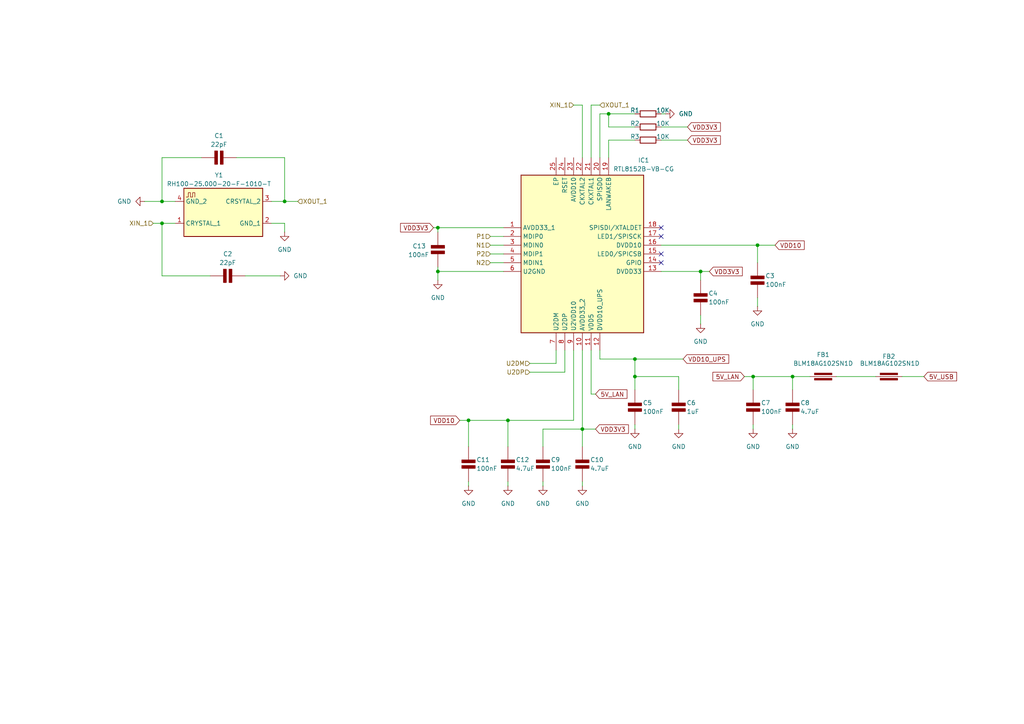
<source format=kicad_sch>
(kicad_sch (version 20250114) (generator "eeschema") (generator_version "9.0")
  (paper "A4")
  (lib_symbols
    (symbol "Oscillator:ASCO"
      (property "Reference" "Y1" (at 0 10.16 0))
      (property "Value" "ASCO" (at 0 7.62 0))
      (symbol "ASCO_0_1"
        (rectangle (start -10.16 6.35) (end 12.7 -7.62) (stroke (width 0.254)) (fill (type background)))
        (polyline (pts (xy -9.525 3.81) (xy -8.89 3.81) (xy -8.89 5.08) (xy -8.255 5.08) (xy -8.255 3.81) (xy -7.62 3.81) (xy -7.62 5.08) (xy -6.985 5.08) (xy -6.985 3.81)))
      )
      (symbol "ASCO_1_1"
        (pin power_in line (at -12.7 2.54 0) (length 2.54) (name "GND_2") (number "4"))
        (pin input line (at -12.7 -3.81 0) (length 2.54) (name "CRYSTAL_1") (number "1"))
        (pin output line (at 15.24 2.54 180) (length 2.54) (name "CRSYTAL_2") (number "3"))
        (pin power_in line (at 15.24 -3.81 180) (length 2.54) (name "GND_1") (number "2"))
      )
    )
    (symbol "PCM_Device_AKL:Ferrite_Bead" (pin_numbers (hide yes)) (pin_names (offset 0))
      (property "Reference" "FB" (at 0 4.572 0))
      (property "Value" "Ferrite_Bead" (at 0 3.175 0))
      (symbol "Ferrite_Bead_0_1"
        (rectangle (start -2.54 1.016) (end 2.54 0.508) (fill (type outline)))
        (polyline (pts (xy 2.54 0) (xy -2.54 0)))
      )
      (symbol "Ferrite_Bead_1_1"
        (rectangle (start -2.54 -0.508) (end 2.54 -1.016) (fill (type outline)))
        (pin passive line (at -3.81 0 0) (length 1.27) (name "~") (number "1"))
        (pin passive line (at 3.81 0 180) (length 1.27) (name "~") (number "2"))
      )
    )
    (symbol "PCM_Elektuur:C" (pin_numbers (hide yes)) (pin_names (offset 0) (hide yes))
      (property "Reference" "C" (at 0.635 3.175 0))
      (property "Value" "C" (at 0.635 -3.175 0))
      (symbol "C_1_1"
        (rectangle (start -1.905 1.1938) (end 1.905 0.4318) (stroke (width 0.254)) (fill (type outline)))
        (rectangle (start -1.905 -0.4318) (end 1.905 -1.1938) (stroke (width 0.254)) (fill (type outline)))
        (pin passive line (at 0 5.08 270) (length 3.8862) (name "+") (number "1"))
        (pin passive line (at 0 -5.08 90) (length 3.8862) (name "-") (number "2"))
      )
      (symbol "C_1_2"
        (polyline (pts (xy -1.905 0.4318) (xy 1.905 0.4318) (xy 1.905 1.4986) (xy -1.905 1.4986) (xy -1.905 0.4318) (xy -1.8034 0.5334) (xy -1.8034 1.397) (xy 1.8034 1.397) (xy 1.8034 0.5334) (xy -1.8034 0.5334) (xy -1.905 0.4318)) (stroke (width 0.254)) (fill (type outline)))
        (polyline (pts (xy -1.905 -1.4986) (xy 1.905 -1.4986) (xy 1.905 -0.4318) (xy -1.905 -0.4318) (xy -1.905 -1.4986) (xy -1.8034 -1.397) (xy -1.8034 -0.5334) (xy 1.8034 -0.5334) (xy 1.8034 -1.397) (xy -1.8034 -1.397) (xy -1.905 -1.4986)) (stroke (width 0.254)) (fill (type outline)))
        (pin passive line (at 0 5.08 270) (length 3.5814) (name "+") (number "1"))
        (pin passive line (at 0 -5.08 90) (length 3.5814) (name "-") (number "2"))
      )
    )
    (symbol "PCM_SL_Resistors:Resistor"
      (property "Reference" "R" (at 0 5.08 0))
      (property "Value" "Resistor" (at 0 2.54 0))
      (symbol "Resistor_0_1"
        (rectangle (start -2.286 0.889) (end 2.286 -0.889) (stroke (width 0.24)))
      )
      (symbol "Resistor_1_1"
        (pin passive line (at -3.81 0 0) (length 1.5) (name "") (number "1"))
        (pin passive line (at 3.81 0 180) (length 1.5) (name "~") (number "2"))
      )
    )
    (symbol "RTL8152B-VB-CG:RTL8152B-VB-CG"
      (property "Reference" "IC" (at 41.91 20.32 0))
      (property "Value" "RTL8152B-VB-CG" (at 41.91 17.78 0))
      (symbol "RTL8152B-VB-CG_1_1"
        (rectangle (start 5.08 15.24) (end 40.64 -30.48) (stroke (width 0.254)) (fill (type background)))
        (pin passive line (at 0 0 0) (length 5.08) (name "AVDD33_1") (number "1"))
        (pin passive line (at 0 -2.54 0) (length 5.08) (name "MDIP0") (number "2"))
        (pin passive line (at 0 -5.08 0) (length 5.08) (name "MDIN0") (number "3"))
        (pin passive line (at 0 -7.62 0) (length 5.08) (name "MDIP1") (number "4"))
        (pin passive line (at 0 -10.16 0) (length 5.08) (name "MDIN1") (number "5"))
        (pin passive line (at 0 -12.7 0) (length 5.08) (name "U2GND") (number "6"))
        (pin passive line (at 15.24 20.32 270) (length 5.08) (name "EP") (number "25"))
        (pin passive line (at 15.24 -35.56 90) (length 5.08) (name "U2DM") (number "7"))
        (pin passive line (at 17.78 20.32 270) (length 5.08) (name "RSET") (number "24"))
        (pin passive line (at 17.78 -35.56 90) (length 5.08) (name "U2DP") (number "8"))
        (pin passive line (at 20.32 20.32 270) (length 5.08) (name "AVDD10") (number "23"))
        (pin passive line (at 20.32 -35.56 90) (length 5.08) (name "U2VDD10") (number "9"))
        (pin passive line (at 22.86 20.32 270) (length 5.08) (name "CKXTAL2") (number "22"))
        (pin passive line (at 22.86 -35.56 90) (length 5.08) (name "AVDD33_2") (number "10"))
        (pin passive line (at 25.4 20.32 270) (length 5.08) (name "CKXTAL1") (number "21"))
        (pin passive line (at 25.4 -35.56 90) (length 5.08) (name "VDD5") (number "11"))
        (pin passive line (at 27.94 20.32 270) (length 5.08) (name "SPISDO") (number "20"))
        (pin passive line (at 27.94 -35.56 90) (length 5.08) (name "DVDD10_UPS") (number "12"))
        (pin passive line (at 30.48 20.32 270) (length 5.08) (name "LANWAKEB") (number "19"))
        (pin passive line (at 45.72 0 180) (length 5.08) (name "SPISDI/XTALDET") (number "18"))
        (pin passive line (at 45.72 -2.54 180) (length 5.08) (name "LED1/SPISCK") (number "17"))
        (pin passive line (at 45.72 -5.08 180) (length 5.08) (name "DVDD10") (number "16"))
        (pin passive line (at 45.72 -7.62 180) (length 5.08) (name "LED0/SPICSB") (number "15"))
        (pin passive line (at 45.72 -10.16 180) (length 5.08) (name "GPIO") (number "14"))
        (pin passive line (at 45.72 -12.7 180) (length 5.08) (name "DVDD33") (number "13"))
      )
    )
    (symbol "power:GND" (power) (pin_numbers (hide yes)) (pin_names (offset 0) (hide yes))
      (property "Value" "GND" (at 0 -3.81 0))
      (symbol "GND_0_1"
        (polyline (pts (xy 0 0) (xy 0 -1.27) (xy 1.27 -1.27) (xy 0 -2.54) (xy -1.27 -1.27) (xy 0 -1.27)))
      )
      (symbol "GND_1_1"
        (pin power_in line (at 0 0 270) (length 0) (name "~") (number "1"))
      )
    )
  )
  (junction (at 184.15 104.14))
  (junction (at 127 78.74))
  (junction (at 203.2 78.74))
  (junction (at 82.55 58.42))
  (junction (at 218.44 109.22))
  (junction (at 168.91 124.46))
  (junction (at 184.15 109.22))
  (junction (at 176.53 33.02))
  (junction (at 147.32 121.92))
  (junction (at 127 66.04))
  (junction (at 135.89 121.92))
  (junction (at 229.87 109.22))
  (junction (at 46.99 64.77))
  (junction (at 46.99 58.42))
  (junction (at 219.71 71.12))
  (no_connect (at 191.77 73.66))
  (no_connect (at 191.77 66.04))
  (no_connect (at 191.77 68.58))
  (no_connect (at 191.77 76.2))
  (wire (pts (xy 215.9 109.22) (xy 218.44 109.22)))
  (wire (pts (xy 173.99 104.14) (xy 184.15 104.14)))
  (wire (pts (xy 153.67 107.95) (xy 163.83 107.95)))
  (wire (pts (xy 127 78.74) (xy 146.05 78.74)))
  (wire (pts (xy 135.89 140.97) (xy 135.89 139.7)))
  (wire (pts (xy 168.91 30.48) (xy 168.91 45.72)))
  (wire (pts (xy 127 77.47) (xy 127 78.74)))
  (wire (pts (xy 196.85 109.22) (xy 196.85 113.03)))
  (wire (pts (xy 229.87 113.03) (xy 229.87 109.22)))
  (wire (pts (xy 176.53 33.02) (xy 184.15 33.02)))
  (wire (pts (xy 219.71 71.12) (xy 224.79 71.12)))
  (wire (pts (xy 166.37 121.92) (xy 147.32 121.92)))
  (wire (pts (xy 173.99 45.72) (xy 173.99 33.02)))
  (wire (pts (xy 199.39 36.83) (xy 191.77 36.83)))
  (wire (pts (xy 193.04 33.02) (xy 191.77 33.02)))
  (wire (pts (xy 166.37 101.6) (xy 166.37 121.92)))
  (wire (pts (xy 46.99 58.42) (xy 50.8 58.42)))
  (wire (pts (xy 203.2 78.74) (xy 203.2 81.28)))
  (wire (pts (xy 184.15 113.03) (xy 184.15 109.22)))
  (wire (pts (xy 184.15 124.46) (xy 184.15 123.19)))
  (wire (pts (xy 82.55 45.72) (xy 82.55 58.42)))
  (wire (pts (xy 46.99 45.72) (xy 58.42 45.72)))
  (wire (pts (xy 203.2 78.74) (xy 205.74 78.74)))
  (wire (pts (xy 176.53 36.83) (xy 184.15 36.83)))
  (wire (pts (xy 191.77 71.12) (xy 219.71 71.12)))
  (wire (pts (xy 166.37 30.48) (xy 168.91 30.48)))
  (wire (pts (xy 68.58 45.72) (xy 82.55 45.72)))
  (wire (pts (xy 219.71 88.9) (xy 219.71 86.36)))
  (wire (pts (xy 242.57 109.22) (xy 254 109.22)))
  (wire (pts (xy 142.24 71.12) (xy 146.05 71.12)))
  (wire (pts (xy 142.24 68.58) (xy 146.05 68.58)))
  (wire (pts (xy 173.99 101.6) (xy 173.99 104.14)))
  (wire (pts (xy 184.15 40.64) (xy 176.53 40.64)))
  (wire (pts (xy 127 78.74) (xy 127 81.28)))
  (wire (pts (xy 191.77 40.64) (xy 199.39 40.64)))
  (wire (pts (xy 46.99 64.77) (xy 50.8 64.77)))
  (wire (pts (xy 163.83 107.95) (xy 163.83 101.6)))
  (wire (pts (xy 82.55 64.77) (xy 82.55 67.31)))
  (wire (pts (xy 261.62 109.22) (xy 267.97 109.22)))
  (wire (pts (xy 44.45 64.77) (xy 46.99 64.77)))
  (wire (pts (xy 176.53 40.64) (xy 176.53 45.72)))
  (wire (pts (xy 161.29 105.41) (xy 161.29 101.6)))
  (wire (pts (xy 125.73 66.04) (xy 127 66.04)))
  (wire (pts (xy 41.91 58.42) (xy 46.99 58.42)))
  (wire (pts (xy 78.74 58.42) (xy 82.55 58.42)))
  (wire (pts (xy 168.91 101.6) (xy 168.91 124.46)))
  (wire (pts (xy 142.24 76.2) (xy 146.05 76.2)))
  (wire (pts (xy 135.89 121.92) (xy 147.32 121.92)))
  (wire (pts (xy 127 66.04) (xy 146.05 66.04)))
  (wire (pts (xy 171.45 114.3) (xy 172.72 114.3)))
  (wire (pts (xy 127 66.04) (xy 127 67.31)))
  (wire (pts (xy 219.71 71.12) (xy 219.71 76.2)))
  (wire (pts (xy 46.99 64.77) (xy 46.99 80.01)))
  (wire (pts (xy 168.91 124.46) (xy 168.91 129.54)))
  (wire (pts (xy 218.44 124.46) (xy 218.44 123.19)))
  (wire (pts (xy 171.45 30.48) (xy 171.45 45.72)))
  (wire (pts (xy 46.99 45.72) (xy 46.99 58.42)))
  (wire (pts (xy 218.44 109.22) (xy 229.87 109.22)))
  (wire (pts (xy 147.32 121.92) (xy 147.32 129.54)))
  (wire (pts (xy 203.2 93.98) (xy 203.2 91.44)))
  (wire (pts (xy 184.15 104.14) (xy 198.12 104.14)))
  (wire (pts (xy 184.15 109.22) (xy 196.85 109.22)))
  (wire (pts (xy 191.77 78.74) (xy 203.2 78.74)))
  (wire (pts (xy 157.48 124.46) (xy 157.48 129.54)))
  (wire (pts (xy 147.32 139.7) (xy 147.32 140.97)))
  (wire (pts (xy 78.74 64.77) (xy 82.55 64.77)))
  (wire (pts (xy 153.67 105.41) (xy 161.29 105.41)))
  (wire (pts (xy 157.48 140.97) (xy 157.48 139.7)))
  (wire (pts (xy 133.35 121.92) (xy 135.89 121.92)))
  (wire (pts (xy 173.99 33.02) (xy 176.53 33.02)))
  (wire (pts (xy 184.15 109.22) (xy 184.15 104.14)))
  (wire (pts (xy 196.85 124.46) (xy 196.85 123.19)))
  (wire (pts (xy 229.87 109.22) (xy 234.95 109.22)))
  (wire (pts (xy 157.48 124.46) (xy 168.91 124.46)))
  (wire (pts (xy 135.89 121.92) (xy 135.89 129.54)))
  (wire (pts (xy 168.91 139.7) (xy 168.91 140.97)))
  (wire (pts (xy 60.96 80.01) (xy 46.99 80.01)))
  (wire (pts (xy 82.55 58.42) (xy 86.36 58.42)))
  (wire (pts (xy 218.44 113.03) (xy 218.44 109.22)))
  (wire (pts (xy 142.24 73.66) (xy 146.05 73.66)))
  (wire (pts (xy 229.87 123.19) (xy 229.87 124.46)))
  (wire (pts (xy 81.28 80.01) (xy 71.12 80.01)))
  (wire (pts (xy 172.72 124.46) (xy 168.91 124.46)))
  (wire (pts (xy 173.99 30.48) (xy 171.45 30.48)))
  (wire (pts (xy 176.53 33.02) (xy 176.53 36.83)))
  (wire (pts (xy 171.45 101.6) (xy 171.45 114.3)))
  (global_label "VDD3V3" (shape input) (at 125.73 66.04 180) (property "Intersheetrefs" "${INTERSHEET_REFS}" (effects (hide yes))))
  (global_label "5V_USB" (shape input) (at 267.97 109.22 0) (property "Intersheetrefs" "${INTERSHEET_REFS}" (effects (hide yes))))
  (global_label "VDD3V3" (shape input) (at 172.72 124.46 0) (property "Intersheetrefs" "${INTERSHEET_REFS}" (effects (hide yes))))
  (global_label "VDD10" (shape input) (at 224.79 71.12 0) (property "Intersheetrefs" "${INTERSHEET_REFS}" (effects (hide yes))))
  (global_label "5V_LAN" (shape input) (at 172.72 114.3 0) (property "Intersheetrefs" "${INTERSHEET_REFS}" (effects (hide yes))))
  (global_label "VDD3V3" (shape input) (at 199.39 36.83 0) (property "Intersheetrefs" "${INTERSHEET_REFS}" (effects (hide yes))))
  (global_label "VDD3V3" (shape input) (at 205.74 78.74 0) (property "Intersheetrefs" "${INTERSHEET_REFS}" (effects (hide yes))))
  (global_label "VDD10_UPS" (shape input) (at 198.12 104.14 0) (property "Intersheetrefs" "${INTERSHEET_REFS}" (effects (hide yes))))
  (global_label "5V_LAN" (shape input) (at 215.9 109.22 180) (property "Intersheetrefs" "${INTERSHEET_REFS}" (effects (hide yes))))
  (global_label "VDD10" (shape input) (at 133.35 121.92 180) (property "Intersheetrefs" "${INTERSHEET_REFS}" (effects (hide yes))))
  (global_label "VDD3V3" (shape input) (at 199.39 40.64 0) (property "Intersheetrefs" "${INTERSHEET_REFS}" (effects (hide yes))))
  (hierarchical_label "P2" (shape input) (at 142.24 73.66 180))
  (hierarchical_label "N1" (shape input) (at 142.24 71.12 180))
  (hierarchical_label "P1" (shape input) (at 142.24 68.58 180))
  (hierarchical_label "XIN_1" (shape input) (at 44.45 64.77 180))
  (hierarchical_label "U2DM" (shape input) (at 153.67 105.41 180))
  (hierarchical_label "U2DP" (shape input) (at 153.67 107.95 180))
  (hierarchical_label "XOUT_1" (shape input) (at 173.99 30.48 0))
  (hierarchical_label "XIN_1" (shape input) (at 166.37 30.48 180))
  (hierarchical_label "XOUT_1" (shape input) (at 86.36 58.42 0))
  (hierarchical_label "N2" (shape input) (at 142.24 76.2 180))
  (symbol (lib_id "power:GND") (at 196.85 124.46 0) (unit 1)
    (property "Reference" "#PWR08" (effects (hide yes)))
    (property "Value" "GND" (at 196.85 129.54 0))
    (property "Description" "Power symbol creates a global label with name \"GND\" , ground" (effects (hide yes)))
  )
  (symbol (lib_id "PCM_Elektuur:C") (at 203.2 86.36 180) (unit 1)
    (property "Reference" "C4" (at 205.486 85.09 0) (effects (justify right)))
    (property "Value" "100nF" (at 205.486 87.63 0) (effects (justify right)))
    (property "Footprint" "Capacitor_SMD:C_0603_1608Metric" (effects (hide yes)))
    (property "Datasheet" "https://ozdisan.com/passive-components/capacitors/smt-smd-and-mlcc-capacitors/CC0603KRX7R9BB104/476015" (effects (hide yes)))
    (property "MPN" "CC0603KRX7R9BB104" (effects (hide yes)))
  )
  (symbol (lib_id "power:GND") (at 135.89 140.97 0) (unit 1)
    (property "Reference" "#PWR013" (effects (hide yes)))
    (property "Value" "GND" (at 135.89 146.05 0))
    (property "Description" "Power symbol creates a global label with name \"GND\" , ground" (effects (hide yes)))
  )
  (symbol (lib_id "power:GND") (at 41.91 58.42 270) (unit 1)
    (property "Reference" "#PWR01" (effects (hide yes)))
    (property "Value" "GND" (at 38.1 58.4199 90) (effects (justify right)))
    (property "Description" "Power symbol creates a global label with name \"GND\" , ground" (effects (hide yes)))
  )
  (symbol (lib_id "PCM_Elektuur:C") (at 66.04 80.01 90) (unit 1)
    (property "Reference" "C2" (at 66.04 73.66 90))
    (property "Value" "22pF" (at 66.04 76.2 90))
    (property "Footprint" "Capacitor_SMD:C_0603_1608Metric" (effects (hide yes)))
    (property "Datasheet" "https://ozdisan.com/passive-components/capacitors/smt-smd-and-mlcc-capacitors/MCF03JTN500220/1057183" (effects (hide yes)))
    (property "MPN" "MCF03JTN500220" (effects (hide yes)))
  )
  (symbol (lib_id "PCM_SL_Resistors:Resistor") (at 187.96 33.02 0) (unit 1)
    (property "Reference" "R1" (at 184.15 32.004 0))
    (property "Value" "10K" (at 192.278 32.004 0))
    (property "Footprint" "Resistor_SMD:R_0603_1608Metric" (effects (hide yes)))
    (property "Datasheet" "https://ozdisan.com/passive-components/resistors/smt-smd-and-chip-resistors/CRT03F7E1002/1054351" (effects (hide yes)))
    (property "Description" "1/4W Resistor" (effects (hide yes)))
    (property "MPN" "CRT03F7E1002" (effects (hide yes)))
  )
  (symbol (lib_id "power:GND") (at 203.2 93.98 0) (unit 1)
    (property "Reference" "#PWR05" (effects (hide yes)))
    (property "Value" "GND" (at 203.2 99.06 0))
    (property "Description" "Power symbol creates a global label with name \"GND\" , ground" (effects (hide yes)))
  )
  (symbol (lib_id "Oscillator:ASCO") (at 63.5 60.96 0) (unit 1)
    (property "Reference" "Y1" (at 63.5 50.8 0))
    (property "Value" "RH100-25.000-20-F-1010-T" (at 63.5 53.34 0))
    (property "Footprint" "Oscillator:Oscillator_SMD_Abracon_ASCO-4Pin_1.6x1.2mm" (effects (hide yes)))
    (property "Datasheet" "https://ozdisan.com/passive-components/crystals-oscillators-and-resonators/crystals/RH100-25-000-20-F-1010-T/642730" (effects (hide yes)))
    (property "Description" "Crystal Clock Oscillator, Abracon ASCO" (effects (hide yes)))
    (property "MPN" "RH100-25.000-20-F-1010-T" (effects (hide yes)))
  )
  (symbol (lib_id "PCM_SL_Resistors:Resistor") (at 187.96 36.83 0) (unit 1)
    (property "Reference" "R2" (at 184.15 35.814 0))
    (property "Value" "10K" (at 192.278 35.814 0))
    (property "Footprint" "Resistor_SMD:R_0603_1608Metric" (effects (hide yes)))
    (property "Datasheet" "https://ozdisan.com/passive-components/resistors/smt-smd-and-chip-resistors/CRT03F7E1002/1054351" (effects (hide yes)))
    (property "Description" "1/4W Resistor" (effects (hide yes)))
    (property "MPN" "CRT03F7E1002" (effects (hide yes)))
  )
  (symbol (lib_id "power:GND") (at 127 81.28 0) (unit 1)
    (property "Reference" "#PWR015" (effects (hide yes)))
    (property "Value" "GND" (at 127 86.36 0))
    (property "Description" "Power symbol creates a global label with name \"GND\" , ground" (effects (hide yes)))
  )
  (symbol (lib_id "PCM_Elektuur:C") (at 157.48 134.62 180) (unit 1)
    (property "Reference" "C9" (at 159.766 133.35 0) (effects (justify right)))
    (property "Value" "100nF" (at 159.766 135.89 0) (effects (justify right)))
    (property "Footprint" "Capacitor_SMD:C_0603_1608Metric" (effects (hide yes)))
    (property "Datasheet" "https://ozdisan.com/passive-components/capacitors/smt-smd-and-mlcc-capacitors/CC0603KRX7R9BB104/476015" (effects (hide yes)))
    (property "MPN" "CC0603KRX7R9BB104" (effects (hide yes)))
  )
  (symbol (lib_id "power:GND") (at 168.91 140.97 0) (unit 1)
    (property "Reference" "#PWR012" (effects (hide yes)))
    (property "Value" "GND" (at 168.91 146.05 0))
    (property "Description" "Power symbol creates a global label with name \"GND\" , ground" (effects (hide yes)))
  )
  (symbol (lib_id "PCM_Elektuur:C") (at 63.5 45.72 90) (unit 1)
    (property "Reference" "C1" (at 63.5 39.37 90))
    (property "Value" "22pF" (at 63.5 41.91 90))
    (property "Footprint" "Capacitor_SMD:C_0603_1608Metric" (effects (hide yes)))
    (property "Datasheet" "https://ozdisan.com/passive-components/capacitors/smt-smd-and-mlcc-capacitors/MCF03JTN500220/1057183" (effects (hide yes)))
    (property "MPN" "MCF03JTN500220" (effects (hide yes)))
  )
  (symbol (lib_id "power:GND") (at 219.71 88.9 0) (unit 1)
    (property "Reference" "#PWR06" (effects (hide yes)))
    (property "Value" "GND" (at 219.71 93.98 0))
    (property "Description" "Power symbol creates a global label with name \"GND\" , ground" (effects (hide yes)))
  )
  (symbol (lib_id "power:GND") (at 193.04 33.02 90) (unit 1)
    (property "Reference" "#PWR04" (effects (hide yes)))
    (property "Value" "GND" (at 196.85 33.0199 90) (effects (justify right)))
    (property "Description" "Power symbol creates a global label with name \"GND\" , ground" (effects (hide yes)))
  )
  (symbol (lib_id "PCM_Device_AKL:Ferrite_Bead") (at 238.76 109.22 0) (unit 1)
    (property "Reference" "FB1" (at 238.76 102.87 0))
    (property "Value" "BLM18AG102SN1D" (at 238.76 105.41 0))
    (property "Footprint" "Footprint Library:0603_Ferrite Beads" (effects (hide yes)))
    (property "Description" "Ferrite bead, Alternate KiCAD Library" (effects (hide yes)))
    (property "MPN" "BLM18AG102SN1D" (effects (hide yes)))
  )
  (symbol (lib_id "power:GND") (at 157.48 140.97 0) (unit 1)
    (property "Reference" "#PWR011" (effects (hide yes)))
    (property "Value" "GND" (at 157.48 146.05 0))
    (property "Description" "Power symbol creates a global label with name \"GND\" , ground" (effects (hide yes)))
  )
  (symbol (lib_id "RTL8152B-VB-CG:RTL8152B-VB-CG") (at 146.05 66.04 0) (unit 1)
    (property "Reference" "IC1" (at 186.69 46.482 0))
    (property "Value" "RTL8152B-VB-CG" (at 186.69 49.022 0))
    (property "Footprint" "QFN50P400X400X90-25N" (effects (hide yes)))
    (property "Datasheet" "https://ozdisan.com/entegre-devreler-ics/interface-entegreleri/arayuz-kontrolor-entegreleri/RTL8152B-VB-CG?srsltid=AfmBOor8_-Qx2dVcvvc2ffU81HFnXVuhIFgG98NXw8BsYf_2WUuHmUsT" (effects (hide yes)))
    (property "Description" "Ethernet ICs QFN-24_4x4x05P RoHS" (effects (hide yes)))
    (property "Height" "0.9" (effects (hide yes)))
    (property "Manufacturer_Name" "Realtek" (effects (hide yes)))
    (property "Manufacturer_Part_Number" "RTL8152B-VB-CG" (effects (hide yes)))
  )
  (symbol (lib_id "PCM_Device_AKL:Ferrite_Bead") (at 257.81 109.22 0) (unit 1)
    (property "Reference" "FB2" (at 257.81 103.378 0))
    (property "Value" "BLM18AG102SN1D" (at 258.064 105.41 0))
    (property "Footprint" "Footprint Library:0603_Ferrite Beads" (effects (hide yes)))
    (property "Description" "Ferrite bead, Alternate KiCAD Library" (effects (hide yes)))
    (property "MPN" "BLM18AG102SN1D" (effects (hide yes)))
  )
  (symbol (lib_id "power:GND") (at 82.55 67.31 0) (unit 1)
    (property "Reference" "#PWR02" (effects (hide yes)))
    (property "Value" "GND" (at 82.55 72.39 0))
    (property "Description" "Power symbol creates a global label with name \"GND\" , ground" (effects (hide yes)))
  )
  (symbol (lib_id "PCM_Elektuur:C") (at 147.32 134.62 180) (unit 1)
    (property "Reference" "C12" (at 149.606 133.35 0) (effects (justify right)))
    (property "Value" "4.7uF" (at 149.606 135.89 0) (effects (justify right)))
    (property "Footprint" "Capacitor_SMD:C_0603_1608Metric" (effects (hide yes)))
    (property "Datasheet" "https://ozdisan.com/passive-components/capacitors/smt-smd-and-mlcc-capacitors/CL10A475KO8NNNC/522172" (effects (hide yes)))
    (property "MPN" "CL10A475KO8NNNC" (effects (hide yes)))
  )
  (symbol (lib_id "power:GND") (at 218.44 124.46 0) (unit 1)
    (property "Reference" "#PWR09" (effects (hide yes)))
    (property "Value" "GND" (at 218.44 129.54 0))
    (property "Description" "Power symbol creates a global label with name \"GND\" , ground" (effects (hide yes)))
  )
  (symbol (lib_id "PCM_Elektuur:C") (at 218.44 118.11 180) (unit 1)
    (property "Reference" "C7" (at 220.726 116.84 0) (effects (justify right)))
    (property "Value" "100nF" (at 220.726 119.38 0) (effects (justify right)))
    (property "Footprint" "Capacitor_SMD:C_0603_1608Metric" (effects (hide yes)))
    (property "Datasheet" "https://ozdisan.com/passive-components/capacitors/smt-smd-and-mlcc-capacitors/CC0603KRX7R9BB104/476015" (effects (hide yes)))
    (property "MPN" "CC0603KRX7R9BB104" (effects (hide yes)))
  )
  (symbol (lib_id "power:GND") (at 147.32 140.97 0) (unit 1)
    (property "Reference" "#PWR014" (effects (hide yes)))
    (property "Value" "GND" (at 147.32 146.05 0))
    (property "Description" "Power symbol creates a global label with name \"GND\" , ground" (effects (hide yes)))
  )
  (symbol (lib_id "power:GND") (at 81.28 80.01 90) (unit 1)
    (property "Reference" "#PWR03" (effects (hide yes)))
    (property "Value" "GND" (at 85.09 80.0099 90) (effects (justify right)))
    (property "Description" "Power symbol creates a global label with name \"GND\" , ground" (effects (hide yes)))
  )
  (symbol (lib_id "power:GND") (at 184.15 124.46 0) (unit 1)
    (property "Reference" "#PWR07" (effects (hide yes)))
    (property "Value" "GND" (at 184.15 129.54 0))
    (property "Description" "Power symbol creates a global label with name \"GND\" , ground" (effects (hide yes)))
  )
  (symbol (lib_id "PCM_Elektuur:C") (at 219.71 81.28 180) (unit 1)
    (property "Reference" "C3" (at 221.996 80.01 0) (effects (justify right)))
    (property "Value" "100nF" (at 221.996 82.55 0) (effects (justify right)))
    (property "Footprint" "Capacitor_SMD:C_0603_1608Metric" (effects (hide yes)))
    (property "Datasheet" "https://ozdisan.com/passive-components/capacitors/smt-smd-and-mlcc-capacitors/CC0603KRX7R9BB104/476015" (effects (hide yes)))
    (property "MPN" "CC0603KRX7R9BB104" (effects (hide yes)))
  )
  (symbol (lib_id "PCM_Elektuur:C") (at 229.87 118.11 180) (unit 1)
    (property "Reference" "C8" (at 232.156 116.84 0) (effects (justify right)))
    (property "Value" "4.7uF" (at 232.156 119.38 0) (effects (justify right)))
    (property "Footprint" "Capacitor_SMD:C_0603_1608Metric" (effects (hide yes)))
    (property "Datasheet" "https://ozdisan.com/passive-components/capacitors/smt-smd-and-mlcc-capacitors/CL10A475KO8NNNC/522172" (effects (hide yes)))
    (property "MPN" "CL10A475KO8NNNC" (effects (hide yes)))
  )
  (symbol (lib_id "PCM_SL_Resistors:Resistor") (at 187.96 40.64 0) (unit 1)
    (property "Reference" "R3" (at 184.15 39.624 0))
    (property "Value" "10K" (at 192.278 39.624 0))
    (property "Footprint" "Resistor_SMD:R_0603_1608Metric" (effects (hide yes)))
    (property "Datasheet" "https://ozdisan.com/passive-components/resistors/smt-smd-and-chip-resistors/CRT03F7E1002/1054351" (effects (hide yes)))
    (property "Description" "1/4W Resistor" (effects (hide yes)))
    (property "MPN" "CRT03F7E1002" (effects (hide yes)))
  )
  (symbol (lib_id "PCM_Elektuur:C") (at 127 72.39 180) (unit 1)
    (property "Reference" "C13" (at 119.634 71.374 0) (effects (justify right)))
    (property "Value" "100nF" (at 118.364 73.914 0) (effects (justify right)))
    (property "Footprint" "Capacitor_SMD:C_0603_1608Metric" (effects (hide yes)))
    (property "Datasheet" "https://ozdisan.com/passive-components/capacitors/smt-smd-and-mlcc-capacitors/CC0603KRX7R9BB104/476015" (effects (hide yes)))
    (property "MPN" "CC0603KRX7R9BB104" (effects (hide yes)))
  )
  (symbol (lib_id "PCM_Elektuur:C") (at 196.85 118.11 180) (unit 1)
    (property "Reference" "C6" (at 199.136 116.84 0) (effects (justify right)))
    (property "Value" "1uF" (at 199.136 119.38 0) (effects (justify right)))
    (property "Footprint" "Capacitor_SMD:C_0603_1608Metric" (effects (hide yes)))
    (property "Datasheet" "https://ozdisan.com/passive-components/capacitors/smt-smd-and-mlcc-capacitors/CL10B105KO8NNNC/14234" (effects (hide yes)))
    (property "MPN" "CL10B105KO8NNNC" (effects (hide yes)))
  )
  (symbol (lib_id "PCM_Elektuur:C") (at 135.89 134.62 180) (unit 1)
    (property "Reference" "C11" (at 138.176 133.35 0) (effects (justify right)))
    (property "Value" "100nF" (at 138.176 135.89 0) (effects (justify right)))
    (property "Footprint" "Capacitor_SMD:C_0603_1608Metric" (effects (hide yes)))
    (property "Datasheet" "https://ozdisan.com/passive-components/capacitors/smt-smd-and-mlcc-capacitors/CC0603KRX7R9BB104/476015" (effects (hide yes)))
    (property "MPN" "CC0603KRX7R9BB104" (effects (hide yes)))
  )
  (symbol (lib_id "power:GND") (at 229.87 124.46 0) (unit 1)
    (property "Reference" "#PWR010" (effects (hide yes)))
    (property "Value" "GND" (at 229.87 129.54 0))
    (property "Description" "Power symbol creates a global label with name \"GND\" , ground" (effects (hide yes)))
  )
  (symbol (lib_id "PCM_Elektuur:C") (at 184.15 118.11 180) (unit 1)
    (property "Reference" "C5" (at 186.436 116.84 0) (effects (justify right)))
    (property "Value" "100nF" (at 186.436 119.38 0) (effects (justify right)))
    (property "Footprint" "Capacitor_SMD:C_0603_1608Metric" (effects (hide yes)))
    (property "Datasheet" "https://ozdisan.com/passive-components/capacitors/smt-smd-and-mlcc-capacitors/CC0603KRX7R9BB104/476015" (effects (hide yes)))
    (property "MPN" "CC0603KRX7R9BB104" (effects (hide yes)))
  )
  (symbol (lib_id "PCM_Elektuur:C") (at 168.91 134.62 180) (unit 1)
    (property "Reference" "C10" (at 171.196 133.35 0) (effects (justify right)))
    (property "Value" "4.7uF" (at 171.196 135.89 0) (effects (justify right)))
    (property "Footprint" "Capacitor_SMD:C_0603_1608Metric" (effects (hide yes)))
    (property "Datasheet" "https://ozdisan.com/passive-components/capacitors/smt-smd-and-mlcc-capacitors/CL10A475KO8NNNC/522172" (effects (hide yes)))
    (property "MPN" "CL10A475KO8NNNC" (effects (hide yes)))
  )
)
</source>
